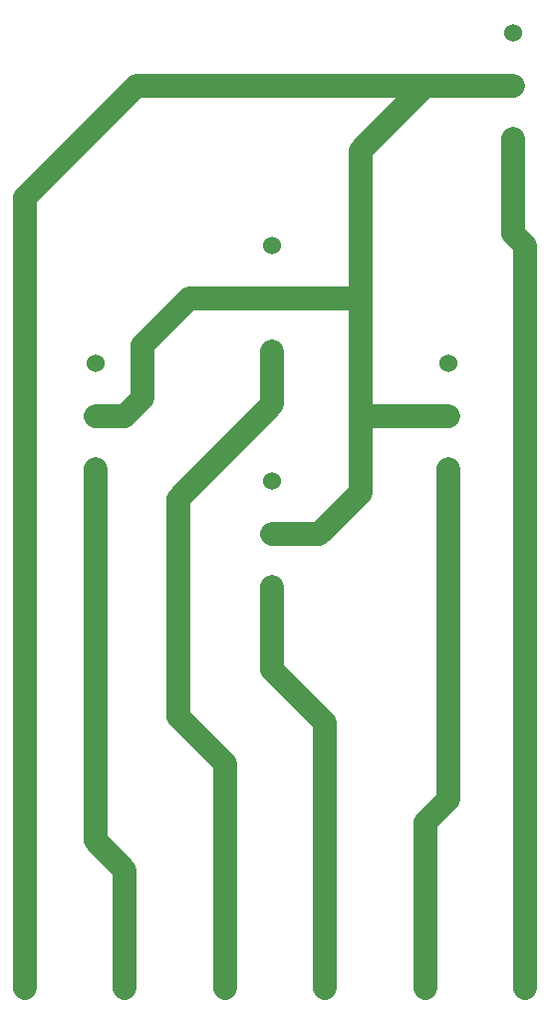
<source format=gtl>
G04 Layer: TopLayer*
G04 EasyEDA v6.5.47, 2024-09-17 03:59:16*
G04 487bb63bfa8c49d2a093c741e473701e,143eb33344fd4f53ace86dd544093ce2,10*
G04 Gerber Generator version 0.2*
G04 Scale: 100 percent, Rotated: No, Reflected: No *
G04 Dimensions in millimeters *
G04 leading zeros omitted , absolute positions ,4 integer and 5 decimal *
%FSLAX45Y45*%
%MOMM*%

%ADD10C,2.0000*%
%ADD11C,1.5240*%

%LPD*%
D10*
X2599994Y-5499988D02*
G01*
X2999993Y-5499988D01*
X3349993Y-5149989D01*
X3349993Y-2247259D01*
X3897256Y-1699996D01*
X1099997Y-4499990D02*
G01*
X1349997Y-4499990D01*
X1499996Y-4349991D01*
X1499996Y-3899992D01*
X1899996Y-3499993D01*
X2599994Y-3499993D01*
X499998Y-9349994D02*
G01*
X499998Y-2649992D01*
X1449994Y-1699996D01*
X4649998Y-1699996D01*
X4099991Y-4499990D02*
G01*
X3349993Y-4499990D01*
X2599994Y-3499993D02*
G01*
X3349993Y-3499993D01*
X1350010Y-9349994D02*
G01*
X1350010Y-8349998D01*
X1099995Y-8099983D01*
X1100076Y-4949949D01*
X3049981Y-9349994D02*
G01*
X3049981Y-7099978D01*
X2599989Y-6649986D01*
X2599989Y-5950000D01*
X3899992Y-9349994D02*
G01*
X3899992Y-7949981D01*
X4099991Y-7749981D01*
X4099991Y-4949992D01*
X2199995Y-9349994D02*
G01*
X2199995Y-7449987D01*
X1799996Y-7049988D01*
X1799996Y-5199992D01*
X2599989Y-4399991D01*
X2599989Y-3950004D01*
X4750003Y-9349994D02*
G01*
X4750003Y-3050014D01*
X4649985Y-2949996D01*
X4649985Y-2150021D01*
D11*
G01*
X1350010Y-9349994D03*
G01*
X2199995Y-9349994D03*
G01*
X3899992Y-9349994D03*
G01*
X3049981Y-9349994D03*
G01*
X4750003Y-9349994D03*
G01*
X499998Y-9349994D03*
G01*
X1099997Y-4950002D03*
G01*
X1099997Y-4499990D03*
G01*
X2599994Y-3950004D03*
G01*
X2599994Y-3499993D03*
G01*
X4099991Y-4950002D03*
G01*
X4099991Y-4499990D03*
G01*
X2599994Y-5950000D03*
G01*
X2599994Y-5499988D03*
G01*
X4650003Y-2150008D03*
G01*
X4650003Y-1699996D03*
G01*
X1099997Y-4050004D03*
G01*
X2599994Y-3050006D03*
G01*
X4099991Y-4050004D03*
G01*
X2599994Y-5050002D03*
G01*
X4650003Y-1250010D03*
M02*

</source>
